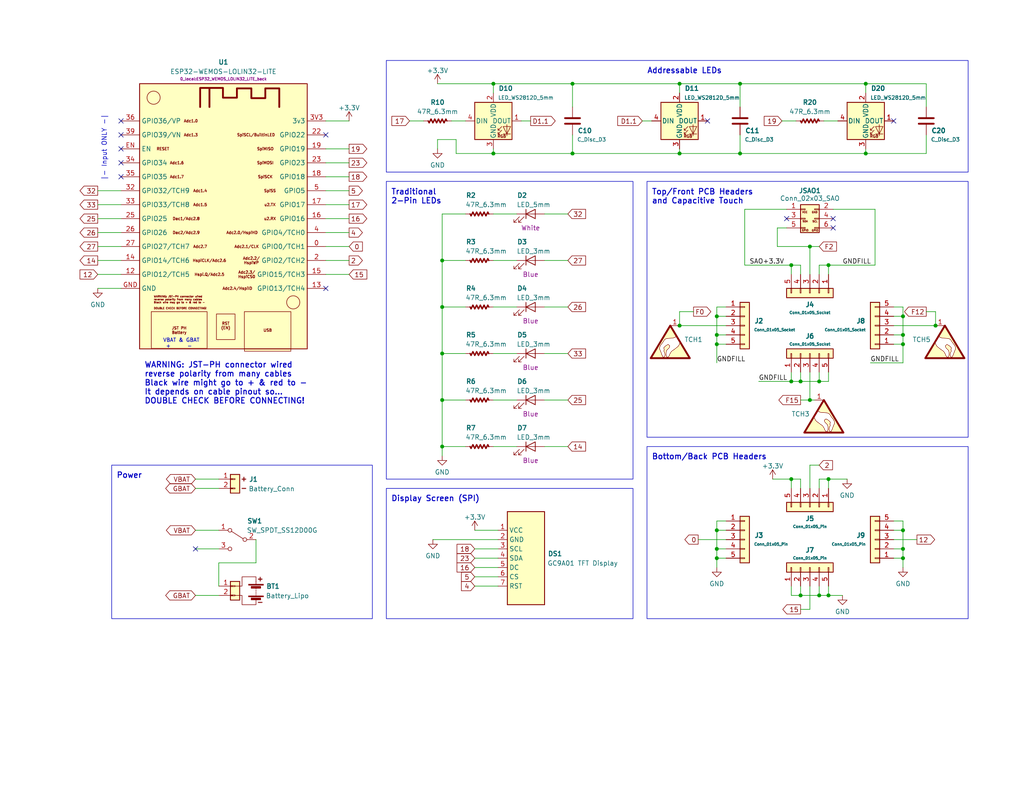
<source format=kicad_sch>
(kicad_sch (version 20230121) (generator eeschema)
  (paper "USLetter")
  (title_block (title "Camera_Badge") (date "2024-03-26") (rev "1") (company "Crafted by @alt_bier a.k.a. Richard Gowen and others from Blue Team Village"))
  (lib_symbols
    (symbol "0_local:Battery_Conn" (pin_names (offset 0) hide)
      (property "Reference" "J" (at -1.27 2.54 0))
      (property "Value" "Battery_Conn" (at -1.27 0 0))
      (property "Footprint" "0_local:Battery_Connector_back" (at -1.905 -5.715 0))
      (symbol "Battery_Conn_1_1"
        (pin passive line (at -10.16 1.27 0) (length 3.81) (name "Pin_1") (number "1"))
        (pin passive line (at -10.16 -1.27 0) (length 3.81) (name "Pin_2") (number "2"))
      )
    )
    (symbol "0_local:Battery_Lipo" (pin_names (offset 0) hide)
      (property "Reference" "BT" (at 2.54 2.54 0))
      (property "Value" "Battery_Lipo" (at 2.54 0 0))
      (property "Footprint" "0_local:Battery_Connector_back" (at -0.635 -6.35 0))
      (symbol "Battery_Lipo_1_1"
        (pin passive line (at -10.16 1.27 0) (length 3.81) (name "Pin_1") (number "1"))
        (pin passive line (at -10.16 -1.27 0) (length 3.81) (name "Pin_2") (number "2"))
      )
    )
    (symbol "0_local:C_Disc_D3" (pin_numbers hide) (pin_names (offset 0.254))
      (property "Reference" "C" (at -6.35 -3.81 90))
      (property "Value" "C_Disc_D3" (at -3.81 -3.81 90))
      (property "Footprint" "0_local:C_Disc_D3_back" (at 3.81 -6.35 90))
      (symbol "C_Disc_D3_1_1"
        (pin passive line (at 0 3.81 270) (length 2.794) (name "~") (number "1"))
        (pin passive line (at 0 -3.81 90) (length 2.794) (name "~") (number "2"))
      )
    )
    (symbol "0_local:Conn_01x05_Pin" (pin_names (offset 1.016) hide)
      (property "Reference" "J" (at 0 7.62 0))
      (property "Value" "Conn_01x05_Pin" (at 0 -7.62 0))
      (symbol "Conn_01x05_Pin_1_1"
        (pin passive line (at -5.08 5.08 0) (length 3.81) (name "Pin_1") (number "1"))
        (pin passive line (at -5.08 2.54 0) (length 3.81) (name "Pin_2") (number "2"))
        (pin passive line (at -5.08 0 0) (length 3.81) (name "Pin_3") (number "3"))
        (pin passive line (at -5.08 -2.54 0) (length 3.81) (name "Pin_4") (number "4"))
        (pin passive line (at -5.08 -5.08 0) (length 3.81) (name "Pin_5") (number "5"))
      )
    )
    (symbol "0_local:Conn_01x05_Socket" (pin_names (offset 1.016) hide)
      (property "Reference" "J" (at 0 7.62 0))
      (property "Value" "Conn_01x05_Socket" (at 0 -7.62 0))
      (symbol "Conn_01x05_Socket_1_1"
        (pin passive line (at -5.08 5.08 0) (length 3.81) (name "Pin_1") (number "1"))
        (pin passive line (at -5.08 2.54 0) (length 3.81) (name "Pin_2") (number "2"))
        (pin passive line (at -5.08 0 0) (length 3.81) (name "Pin_3") (number "3"))
        (pin passive line (at -5.08 -2.54 0) (length 3.81) (name "Pin_4") (number "4"))
        (pin passive line (at -5.08 -5.08 0) (length 3.81) (name "Pin_5") (number "5"))
      )
    )
    (symbol "0_local:Conn_02x03_SAO" (pin_names (offset 1.016) hide)
      (property "Reference" "JSAO" (at 1.27 5.08 0))
      (property "Value" "Conn_02x03_SAO" (at 1.27 -5.08 0))
      (symbol "Conn_02x03_SAO_1_1"
        (text "GND\n" (at 2.5654 1.7526 0) (effects (font (size 0.5 0.5))))
        (text "GPIO" (at -0.0254 -3.2004 0) (effects (font (size 0.5 0.5))))
        (text "GPIO" (at 2.667 -3.2258 0) (effects (font (size 0.5 0.5))))
        (text "SCL\n" (at 2.667 -0.762 0) (effects (font (size 0.5 0.5))))
        (text "SDA" (at -0.0254 -0.7366 0) (effects (font (size 0.5 0.5))))
        (text "VCC" (at -0.127 1.778 0) (effects (font (size 0.5 0.5))))
        (pin passive line (at -5.08 2.54 0) (length 3.81) (name "Pin_1") (number "1"))
        (pin passive line (at 7.62 2.54 180) (length 3.81) (name "Pin_2") (number "2"))
        (pin passive line (at -5.08 0 0) (length 3.81) (name "Pin_3") (number "3"))
        (pin passive line (at 7.62 0 180) (length 3.81) (name "Pin_4") (number "4"))
        (pin passive line (at -5.08 -2.54 0) (length 3.81) (name "Pin_5") (number "5"))
        (pin passive line (at 7.62 -2.54 180) (length 3.81) (name "Pin_6") (number "6"))
      )
    )
    (symbol "0_local:ESP32-WEMOS-LOLIN32-LITE"
      (property "Reference" "U" (at -0.381 43.053 0))
      (property "Value" "ESP32-WEMOS-LOLIN32-LITE" (at -12.7 40.64 0))
      (property "Footprint" "0_local:ESP32_WEMOS_LOLIN32_LITE_back" (at 1.27 38.1 0))
      (symbol "ESP32-WEMOS-LOLIN32-LITE_0_0"
        (text "USB" (at 12.065 -30.48 0) (effects (font (size 0.75 0.75))))
      )
      (symbol "ESP32-WEMOS-LOLIN32-LITE_1_0"
        (text "Adc1.0" (at -8.89 26.67 0) (effects (font (size 0.75 0.75))))
        (text "Adc1.3" (at -8.89 22.86 0) (effects (font (size 0.75 0.75))))
        (text "Adc1.4" (at -6.35 7.62 0) (effects (font (size 0.75 0.75))))
        (text "Adc1.5" (at -6.35 3.81 0) (effects (font (size 0.75 0.75))))
        (text "Adc1.6" (at -12.7 15.24 0) (effects (font (size 0.75 0.75))))
        (text "Adc1.7" (at -12.7 11.43 0) (effects (font (size 0.75 0.75))))
        (text "Adc2.0/HspiHD" (at 5.08 -3.81 0) (effects (font (size 0.75 0.75))))
        (text "Adc2.1/CLK" (at 6.35 -7.62 0) (effects (font (size 0.75 0.75))))
        (text "Adc2.2/\nHspiWP" (at 7.62 -11.43 0) (effects (font (size 0.75 0.75))))
        (text "Adc2.3/\nHspiCS0" (at 6.35 -15.24 0) (effects (font (size 0.75 0.75))))
        (text "Adc2.4/HspiID" (at 3.81 -19.05 0) (effects (font (size 0.75 0.75))))
        (text "Adc2.7" (at -6.35 -7.62 0) (effects (font (size 0.75 0.75))))
        (text "Dac1/Adc2.8" (at -10.16 0 0) (effects (font (size 0.75 0.75))))
        (text "Dac2/Adc2.9" (at -10.16 -3.81 0) (effects (font (size 0.75 0.75))))
        (text "Hspi.Q/Adc2.5" (at -3.81 -15.24 0) (effects (font (size 0.75 0.75))))
        (text "HspiCLK/Adc2.6" (at -3.81 -11.43 0) (effects (font (size 0.75 0.75))))
        (text "JST PH\nBattery" (at -12.065 -30.48 0) (effects (font (size 0.75 0.75))))
        (text "RESET" (at -16.51 19.05 0) (effects (font (size 0.75 0.75))))
        (text "RST\n(EN)" (at 0.635 -29.21 0) (effects (font (size 0.75 0.75))))
        (text "SpiMISO" (at 11.43 19.05 0) (effects (font (size 0.75 0.75))))
        (text "SpiMOSI" (at 11.43 15.24 0) (effects (font (size 0.75 0.75))))
        (text "SpiSCK" (at 11.43 11.43 0) (effects (font (size 0.75 0.75))))
        (text "SpiSCL/BuiltinLED" (at 8.89 22.86 0) (effects (font (size 0.75 0.75))))
        (text "SpiSS" (at 12.7 7.62 0) (effects (font (size 0.75 0.75))))
        (text "u2.RX" (at 12.7 0 0) (effects (font (size 0.75 0.75))))
        (text "u2.TX" (at 12.7 3.81 0) (effects (font (size 0.75 0.75))))
        (text "WARNING: JST-PH connector wired\nreverse polarity from many cables\nBlack wire may go to + & red to -\n\nDOUBLE CHECK BEFORE CONNECTING!" (at -19.05 -22.86 0) (effects (font (size 0.5 0.5)) (justify left)))
      )
      (symbol "ESP32-WEMOS-LOLIN32-LITE_1_1"
        (pin bidirectional line (at 27.94 -7.62 180) (length 5.08) (name "GPIO0/TCH1") (number "0"))
        (pin bidirectional line (at -27.94 -15.24 0) (length 5.08) (name "GPIO12/TCH5") (number "12"))
        (pin bidirectional line (at 27.94 -19.05 180) (length 5.08) (name "GPIO13/TCH4") (number "13"))
        (pin bidirectional line (at -27.94 -11.43 0) (length 5.08) (name "GPIO14/TCH6") (number "14"))
        (pin bidirectional line (at 27.94 -15.24 180) (length 5.08) (name "GPIO15/TCH3") (number "15"))
        (pin bidirectional line (at 27.94 0 180) (length 5.08) (name "GPIO16") (number "16"))
        (pin bidirectional line (at 27.94 3.81 180) (length 5.08) (name "GPIO17") (number "17"))
        (pin bidirectional line (at 27.94 11.43 180) (length 5.08) (name "GPIO18") (number "18"))
        (pin bidirectional line (at 27.94 19.05 180) (length 5.08) (name "GPIO19") (number "19"))
        (pin bidirectional line (at 27.94 -11.43 180) (length 5.08) (name "GPIO2/TCH2") (number "2"))
        (pin bidirectional line (at 27.94 22.86 180) (length 5.08) (name "GPIO22") (number "22"))
        (pin bidirectional line (at 27.94 15.24 180) (length 5.08) (name "GPIO23") (number "23"))
        (pin bidirectional line (at -27.94 0 0) (length 5.08) (name "GPIO25") (number "25"))
        (pin bidirectional line (at -27.94 -3.81 0) (length 5.08) (name "GPIO26") (number "26"))
        (pin bidirectional line (at -27.94 -7.62 0) (length 5.08) (name "GPIO27/TCH7") (number "27"))
        (pin bidirectional line (at -27.94 7.62 0) (length 5.08) (name "GPIO32/TCH9") (number "32"))
        (pin bidirectional line (at -27.94 3.81 0) (length 5.08) (name "GPIO33/TCH8") (number "33"))
        (pin input line (at -27.94 15.24 0) (length 5.08) (name "GPIO34") (number "34"))
        (pin input line (at -27.94 11.43 0) (length 5.08) (name "GPIO35") (number "35"))
        (pin input line (at -27.94 26.67 0) (length 5.08) (name "GPIO36/VP") (number "36"))
        (pin input line (at -27.94 22.86 0) (length 5.08) (name "GPIO39/VN") (number "39"))
        (pin power_out line (at 27.94 26.67 180) (length 5.08) (name "3v3") (number "3V3"))
        (pin bidirectional line (at 27.94 -3.81 180) (length 5.08) (name "GPIO4/TCH0") (number "4"))
        (pin bidirectional line (at 27.94 7.62 180) (length 5.08) (name "GPIO5") (number "5"))
        (pin input line (at -27.94 19.05 0) (length 5.08) (name "EN") (number "EN"))
        (pin power_in line (at -27.94 -19.05 0) (length 5.08) (name "GND") (number "GND"))
      )
    )
    (symbol "0_local:GC9A01 TFT Display"
      (property "Reference" "DS" (at 0 13.97 0))
      (property "Value" "GC9A01 TFT Display" (at 3.81 -8.89 90))
      (property "Footprint" "0_local:GC9A01_TFT" (at 0 -15.24 0))
      (symbol "GC9A01 TFT Display_1_1"
        (pin power_in line (at -7.62 7.62 0) (length 2.54) (name "VCC") (number "1"))
        (pin power_out line (at -7.62 5.08 0) (length 2.54) (name "GND") (number "2"))
        (pin input line (at -7.62 2.54 0) (length 2.54) (name "SCL") (number "3"))
        (pin input line (at -7.62 0 0) (length 2.54) (name "SDA") (number "4"))
        (pin input line (at -7.62 -2.54 0) (length 2.54) (name "DC") (number "5"))
        (pin input line (at -7.62 -5.08 0) (length 2.54) (name "CS") (number "6"))
        (pin input line (at -7.62 -7.62 0) (length 2.54) (name "RST") (number "7"))
      )
    )
    (symbol "0_local:LED_THT_3mm" (pin_numbers hide) (pin_names (offset 1.016) hide)
      (property "Reference" "D" (at -10.16 7.62 0))
      (property "Value" "LED_THT_3mm" (at -10.16 5.08 0))
      (property "Footprint" "0_local:LED_D3.0mm-2-std_back" (at -10.16 2.54 0))
      (symbol "LED_THT_3mm_1_1"
        (pin passive line (at -3.81 0 0) (length 2.54) (name "K") (number "1"))
        (pin passive line (at 3.81 0 180) (length 2.54) (name "A") (number "2"))
      )
    )
    (symbol "0_local:LED_THT_5mm" (pin_numbers hide) (pin_names (offset 1.016) hide)
      (property "Reference" "D" (at -10.16 7.62 0))
      (property "Value" "LED_THT_5mm" (at -10.16 5.08 0))
      (property "Footprint" "0_local:LED_D5.0mm-2_back" (at -10.16 2.54 0))
      (symbol "LED_THT_5mm_1_1"
        (pin passive line (at -3.81 0 0) (length 2.54) (name "K") (number "1"))
        (pin passive line (at 3.81 0 180) (length 2.54) (name "A") (number "2"))
      )
    )
    (symbol "0_local:LED_WS2812D_THT_5mm" (pin_names (offset 0.254))
      (property "Reference" "D" (at 2.54 11.43 0))
      (property "Value" "LED_WS2812D_THT_5mm" (at 2.54 10.16 0))
      (property "Footprint" "0_local:LED_D5.0mm-4_WS2812D_2024_back" (at 2.54 7.62 0))
      (symbol "LED_WS2812D_THT_5mm_0_0"
        (text "RGB" (at 2.286 -4.191 0) (effects (font (size 0.762 0.762))))
      )
      (symbol "LED_WS2812D_THT_5mm_1_1"
        (pin output line (at 7.62 0 180) (length 2.54) (name "DOUT") (number "1"))
        (pin power_in line (at 0 7.62 270) (length 2.54) (name "VDD") (number "2"))
        (pin power_in line (at 0 -7.62 90) (length 2.54) (name "GND") (number "3"))
        (pin input line (at -7.62 0 0) (length 2.54) (name "DIN") (number "4"))
      )
    )
    (symbol "0_local:R_Axial_Z_L6.3" (pin_numbers hide) (pin_names (offset 0))
      (property "Reference" "R" (at -7.62 7.62 0))
      (property "Value" "R_Axial_Z_L6.3" (at -7.62 5.08 0))
      (property "Footprint" "0_local:R_Axial_DIN0207_L6.3_D2.5_P7.62_Horiz_back" (at -7.62 2.54 0))
      (symbol "R_Axial_Z_L6.3_1_1"
        (pin passive line (at 3.81 0 180) (length 1.27) (name "~") (number "1"))
        (pin passive line (at -3.81 0 0) (length 1.27) (name "~") (number "2"))
      )
    )
    (symbol "0_local:SW_SPDT_SS12D00G" (pin_names (offset 0) hide)
      (property "Reference" "SW" (at 0 4.318 0))
      (property "Value" "SW_SPDT_SS12D00G" (at 0 -5.08 0))
      (symbol "SW_SPDT_SS12D00G_1_1"
        (pin passive line (at 5.08 2.54 180) (length 2.54) (name "A") (number "1"))
        (pin passive line (at -5.08 0 0) (length 2.54) (name "B") (number "2"))
        (pin passive line (at 5.08 -2.54 180) (length 2.54) (name "C") (number "3"))
      )
    )
    (symbol "0_local:SYM_Touch_lg" (pin_names (offset 1.016))
      (property "Reference" "TCH" (at -3.81 3.81 0))
      (symbol "SYM_Touch_lg_1_1"
        (pin passive line (at 2.54 3.81 180) (length 2.54) (name "") (number "1"))
      )
    )
    (symbol "power:+3.3V" (power) (pin_names (offset 0))
      (property "Value" "+3.3V" (at 0 3.556 0))
      (symbol "+3.3V_1_1"
        (pin power_in line (at 0 0 90) (length 0) hide (name "+3.3V") (number "1"))
      )
    )
    (symbol "power:GND" (power) (pin_names (offset 0))
      (property "Value" "GND" (at 0 -3.81 0))
      (symbol "GND_1_1"
        (pin power_in line (at 0 0 270) (length 0) hide (name "GND") (number "1"))
      )
    )
  )
  (junction (at 218.44 162.56))
  (junction (at 226.06 162.56))
  (junction (at 195.58 93.98))
  (junction (at 120.65 109.22))
  (junction (at 195.58 144.78))
  (junction (at 215.9 72.39))
  (junction (at 218.44 104.14))
  (junction (at 185.42 22.86))
  (junction (at 220.98 109.22))
  (junction (at 215.9 130.81))
  (junction (at 134.62 22.86))
  (junction (at 246.38 152.4))
  (junction (at 220.98 67.31))
  (junction (at 223.52 162.56))
  (junction (at 156.21 22.86))
  (junction (at 201.93 41.91))
  (junction (at 120.65 96.52))
  (junction (at 236.22 41.91))
  (junction (at 134.62 41.91))
  (junction (at 195.58 86.36))
  (junction (at 185.42 88.9))
  (junction (at 223.52 104.14))
  (junction (at 120.65 121.92))
  (junction (at 201.93 22.86))
  (junction (at 226.06 130.81))
  (junction (at 236.22 22.86))
  (junction (at 246.38 144.78))
  (junction (at 195.58 91.44))
  (junction (at 246.38 86.36))
  (junction (at 255.27 88.9))
  (junction (at 215.9 104.14))
  (junction (at 226.06 72.39))
  (junction (at 246.38 93.98))
  (junction (at 120.65 71.12))
  (junction (at 195.58 149.86))
  (junction (at 156.21 41.91))
  (junction (at 246.38 91.44))
  (junction (at 195.58 152.4))
  (junction (at 185.42 41.91))
  (junction (at 246.38 149.86))
  (junction (at 120.65 83.82))
  (no_connect (at 33.02 44.45))
  (no_connect (at 33.02 36.83))
  (no_connect (at 88.9 36.83))
  (no_connect (at 88.9 78.74))
  (no_connect (at 53.34 149.86))
  (no_connect (at 243.84 33.02))
  (no_connect (at 33.02 48.26))
  (no_connect (at 227.33 59.69))
  (no_connect (at 193.04 33.02))
  (no_connect (at 227.33 62.23))
  (no_connect (at 214.63 59.69))
  (no_connect (at 33.02 40.64))
  (no_connect (at 33.02 33.02))
  (wire (pts (xy 120.65 96.52) (xy 120.65 109.22)))
  (wire (pts (xy 243.84 93.98) (xy 246.38 93.98)))
  (wire (pts (xy 218.44 74.93) (xy 218.44 72.39)))
  (wire (pts (xy 134.62 58.42) (xy 140.97 58.42)))
  (wire (pts (xy 210.82 130.81) (xy 215.9 130.81)))
  (wire (pts (xy 88.9 59.69) (xy 95.25 59.69)))
  (wire (pts (xy 243.84 144.78) (xy 246.38 144.78)))
  (wire (pts (xy 246.38 149.86) (xy 246.38 152.4)))
  (wire (pts (xy 246.38 86.36) (xy 246.38 91.44)))
  (wire (pts (xy 218.44 72.39) (xy 215.9 72.39)))
  (wire (pts (xy 224.79 33.02) (xy 228.6 33.02)))
  (wire (pts (xy 195.58 152.4) (xy 195.58 154.94)))
  (wire (pts (xy 119.38 22.86) (xy 134.62 22.86)))
  (wire (pts (xy 203.2 57.15) (xy 214.63 57.15)))
  (wire (pts (xy 246.38 142.24) (xy 246.38 144.78)))
  (wire (pts (xy 195.58 91.44) (xy 195.58 93.98)))
  (wire (pts (xy 198.12 83.82) (xy 195.58 83.82)))
  (wire (pts (xy 120.65 58.42) (xy 120.65 71.12)))
  (wire (pts (xy 123.19 33.02) (xy 127 33.02)))
  (wire (pts (xy 220.98 67.31) (xy 220.98 74.93)))
  (wire (pts (xy 246.38 91.44) (xy 246.38 93.98)))
  (wire (pts (xy 212.09 62.23) (xy 214.63 62.23)))
  (wire (pts (xy 26.67 63.5) (xy 33.02 63.5)))
  (wire (pts (xy 223.52 104.14) (xy 226.06 104.14)))
  (wire (pts (xy 255.27 88.9) (xy 255.27 85.09)))
  (wire (pts (xy 207.01 104.14) (xy 215.9 104.14)))
  (wire (pts (xy 134.62 41.91) (xy 134.62 40.64)))
  (wire (pts (xy 252.73 29.21) (xy 252.73 22.86)))
  (wire (pts (xy 120.65 83.82) (xy 120.65 96.52)))
  (wire (pts (xy 246.38 93.98) (xy 246.38 99.06)))
  (wire (pts (xy 53.34 162.56) (xy 59.69 162.56)))
  (wire (pts (xy 218.44 166.37) (xy 220.98 166.37)))
  (wire (pts (xy 53.34 149.86) (xy 59.69 149.86)))
  (wire (pts (xy 59.69 160.02) (xy 59.69 153.67)))
  (wire (pts (xy 223.52 72.39) (xy 226.06 72.39)))
  (wire (pts (xy 195.58 86.36) (xy 198.12 86.36)))
  (wire (pts (xy 195.58 144.78) (xy 195.58 149.86)))
  (wire (pts (xy 195.58 149.86) (xy 198.12 149.86)))
  (wire (pts (xy 243.84 147.32) (xy 250.19 147.32)))
  (wire (pts (xy 220.98 101.6) (xy 220.98 109.22)))
  (wire (pts (xy 243.84 91.44) (xy 246.38 91.44)))
  (wire (pts (xy 218.44 101.6) (xy 218.44 104.14)))
  (wire (pts (xy 201.93 41.91) (xy 236.22 41.91)))
  (wire (pts (xy 226.06 162.56) (xy 229.87 162.56)))
  (wire (pts (xy 26.67 67.31) (xy 33.02 67.31)))
  (wire (pts (xy 148.59 83.82) (xy 154.94 83.82)))
  (wire (pts (xy 129.54 154.94) (xy 135.89 154.94)))
  (wire (pts (xy 134.62 41.91) (xy 124.46 41.91)))
  (wire (pts (xy 252.73 85.09) (xy 255.27 85.09)))
  (wire (pts (xy 120.65 58.42) (xy 127 58.42)))
  (wire (pts (xy 148.59 109.22) (xy 154.94 109.22)))
  (wire (pts (xy 195.58 144.78) (xy 198.12 144.78)))
  (wire (pts (xy 53.34 133.35) (xy 59.69 133.35)))
  (wire (pts (xy 212.09 67.31) (xy 212.09 62.23)))
  (wire (pts (xy 134.62 109.22) (xy 140.97 109.22)))
  (wire (pts (xy 129.54 160.02) (xy 135.89 160.02)))
  (wire (pts (xy 26.67 55.88) (xy 33.02 55.88)))
  (wire (pts (xy 226.06 130.81) (xy 231.14 130.81)))
  (wire (pts (xy 201.93 22.86) (xy 201.93 29.21)))
  (wire (pts (xy 148.59 121.92) (xy 154.94 121.92)))
  (wire (pts (xy 213.36 33.02) (xy 217.17 33.02)))
  (wire (pts (xy 227.33 57.15) (xy 238.76 57.15)))
  (wire (pts (xy 156.21 41.91) (xy 185.42 41.91)))
  (wire (pts (xy 185.42 41.91) (xy 201.93 41.91)))
  (wire (pts (xy 226.06 133.35) (xy 226.06 130.81)))
  (wire (pts (xy 218.44 133.35) (xy 218.44 130.81)))
  (wire (pts (xy 190.5 147.32) (xy 198.12 147.32)))
  (wire (pts (xy 195.58 86.36) (xy 195.58 91.44)))
  (wire (pts (xy 26.67 78.74) (xy 33.02 78.74)))
  (wire (pts (xy 220.98 133.35) (xy 220.98 127)))
  (wire (pts (xy 218.44 104.14) (xy 215.9 104.14)))
  (wire (pts (xy 134.62 22.86) (xy 134.62 25.4)))
  (wire (pts (xy 195.58 93.98) (xy 198.12 93.98)))
  (wire (pts (xy 88.9 67.31) (xy 95.25 67.31)))
  (wire (pts (xy 88.9 63.5) (xy 95.25 63.5)))
  (wire (pts (xy 218.44 162.56) (xy 223.52 162.56)))
  (wire (pts (xy 226.06 101.6) (xy 226.06 104.14)))
  (wire (pts (xy 53.34 130.81) (xy 59.69 130.81)))
  (wire (pts (xy 88.9 48.26) (xy 95.25 48.26)))
  (wire (pts (xy 198.12 142.24) (xy 195.58 142.24)))
  (wire (pts (xy 88.9 44.45) (xy 95.25 44.45)))
  (wire (pts (xy 120.65 83.82) (xy 127 83.82)))
  (wire (pts (xy 26.67 59.69) (xy 33.02 59.69)))
  (wire (pts (xy 243.84 86.36) (xy 246.38 86.36)))
  (wire (pts (xy 215.9 72.39) (xy 215.9 74.93)))
  (wire (pts (xy 237.49 99.06) (xy 246.38 99.06)))
  (wire (pts (xy 220.98 127) (xy 223.52 127)))
  (wire (pts (xy 88.9 74.93) (xy 95.25 74.93)))
  (wire (pts (xy 195.58 91.44) (xy 198.12 91.44)))
  (wire (pts (xy 201.93 22.86) (xy 236.22 22.86)))
  (wire (pts (xy 156.21 22.86) (xy 185.42 22.86)))
  (wire (pts (xy 220.98 109.22) (xy 222.25 109.22)))
  (wire (pts (xy 26.67 52.07) (xy 33.02 52.07)))
  (wire (pts (xy 246.38 83.82) (xy 246.38 86.36)))
  (wire (pts (xy 252.73 36.83) (xy 252.73 41.91)))
  (wire (pts (xy 246.38 152.4) (xy 246.38 154.94)))
  (wire (pts (xy 220.98 160.02) (xy 220.98 166.37)))
  (wire (pts (xy 236.22 22.86) (xy 252.73 22.86)))
  (wire (pts (xy 243.84 83.82) (xy 246.38 83.82)))
  (wire (pts (xy 220.98 67.31) (xy 223.52 67.31)))
  (wire (pts (xy 223.52 133.35) (xy 223.52 130.81)))
  (wire (pts (xy 134.62 41.91) (xy 156.21 41.91)))
  (wire (pts (xy 148.59 58.42) (xy 154.94 58.42)))
  (wire (pts (xy 201.93 36.83) (xy 201.93 41.91)))
  (wire (pts (xy 156.21 22.86) (xy 156.21 29.21)))
  (wire (pts (xy 195.58 83.82) (xy 195.58 86.36)))
  (wire (pts (xy 119.38 38.1) (xy 119.38 40.64)))
  (wire (pts (xy 243.84 152.4) (xy 246.38 152.4)))
  (wire (pts (xy 203.2 57.15) (xy 203.2 72.39)))
  (wire (pts (xy 88.9 71.12) (xy 95.25 71.12)))
  (wire (pts (xy 129.54 144.78) (xy 135.89 144.78)))
  (wire (pts (xy 53.34 144.78) (xy 59.69 144.78)))
  (wire (pts (xy 246.38 144.78) (xy 246.38 149.86)))
  (wire (pts (xy 195.58 142.24) (xy 195.58 144.78)))
  (wire (pts (xy 189.23 85.09) (xy 185.42 85.09)))
  (wire (pts (xy 120.65 121.92) (xy 120.65 124.46)))
  (wire (pts (xy 69.85 147.32) (xy 69.85 153.67)))
  (wire (pts (xy 195.58 93.98) (xy 195.58 99.06)))
  (wire (pts (xy 148.59 71.12) (xy 154.94 71.12)))
  (wire (pts (xy 223.52 160.02) (xy 223.52 162.56)))
  (wire (pts (xy 134.62 71.12) (xy 140.97 71.12)))
  (wire (pts (xy 142.24 33.02) (xy 144.78 33.02)))
  (wire (pts (xy 243.84 149.86) (xy 246.38 149.86)))
  (wire (pts (xy 185.42 88.9) (xy 198.12 88.9)))
  (wire (pts (xy 59.69 153.67) (xy 69.85 153.67)))
  (wire (pts (xy 175.26 33.02) (xy 177.8 33.02)))
  (wire (pts (xy 185.42 22.86) (xy 185.42 25.4)))
  (wire (pts (xy 218.44 104.14) (xy 223.52 104.14)))
  (wire (pts (xy 220.98 67.31) (xy 212.09 67.31)))
  (wire (pts (xy 226.06 72.39) (xy 238.76 72.39)))
  (wire (pts (xy 185.42 40.64) (xy 185.42 41.91)))
  (wire (pts (xy 223.52 130.81) (xy 226.06 130.81)))
  (wire (pts (xy 185.42 22.86) (xy 201.93 22.86)))
  (wire (pts (xy 118.11 147.32) (xy 135.89 147.32)))
  (wire (pts (xy 124.46 41.91) (xy 124.46 38.1)))
  (wire (pts (xy 120.65 121.92) (xy 127 121.92)))
  (wire (pts (xy 88.9 33.02) (xy 95.25 33.02)))
  (wire (pts (xy 134.62 22.86) (xy 156.21 22.86)))
  (wire (pts (xy 124.46 38.1) (xy 119.38 38.1)))
  (wire (pts (xy 129.54 152.4) (xy 135.89 152.4)))
  (wire (pts (xy 226.06 160.02) (xy 226.06 162.56)))
  (wire (pts (xy 129.54 149.86) (xy 135.89 149.86)))
  (wire (pts (xy 243.84 142.24) (xy 246.38 142.24)))
  (wire (pts (xy 226.06 72.39) (xy 226.06 74.93)))
  (wire (pts (xy 236.22 22.86) (xy 236.22 25.4)))
  (wire (pts (xy 120.65 71.12) (xy 127 71.12)))
  (wire (pts (xy 26.67 74.93) (xy 33.02 74.93)))
  (wire (pts (xy 88.9 40.64) (xy 95.25 40.64)))
  (wire (pts (xy 185.42 85.09) (xy 185.42 88.9)))
  (wire (pts (xy 88.9 55.88) (xy 95.25 55.88)))
  (wire (pts (xy 223.52 101.6) (xy 223.52 104.14)))
  (wire (pts (xy 223.52 162.56) (xy 226.06 162.56)))
  (wire (pts (xy 215.9 160.02) (xy 215.9 162.56)))
  (wire (pts (xy 195.58 149.86) (xy 195.58 152.4)))
  (wire (pts (xy 120.65 71.12) (xy 120.65 83.82)))
  (wire (pts (xy 236.22 41.91) (xy 236.22 40.64)))
  (wire (pts (xy 215.9 133.35) (xy 215.9 130.81)))
  (wire (pts (xy 215.9 101.6) (xy 215.9 104.14)))
  (wire (pts (xy 223.52 74.93) (xy 223.52 72.39)))
  (wire (pts (xy 134.62 121.92) (xy 140.97 121.92)))
  (wire (pts (xy 129.54 157.48) (xy 135.89 157.48)))
  (wire (pts (xy 203.2 72.39) (xy 215.9 72.39)))
  (wire (pts (xy 218.44 109.22) (xy 220.98 109.22)))
  (wire (pts (xy 120.65 109.22) (xy 127 109.22)))
  (wire (pts (xy 195.58 152.4) (xy 198.12 152.4)))
  (wire (pts (xy 215.9 130.81) (xy 218.44 130.81)))
  (wire (pts (xy 120.65 109.22) (xy 120.65 121.92)))
  (wire (pts (xy 120.65 96.52) (xy 127 96.52)))
  (wire (pts (xy 111.76 33.02) (xy 115.57 33.02)))
  (wire (pts (xy 134.62 96.52) (xy 140.97 96.52)))
  (wire (pts (xy 238.76 57.15) (xy 238.76 72.39)))
  (wire (pts (xy 236.22 41.91) (xy 252.73 41.91)))
  (wire (pts (xy 134.62 83.82) (xy 140.97 83.82)))
  (wire (pts (xy 243.84 88.9) (xy 255.27 88.9)))
  (wire (pts (xy 215.9 162.56) (xy 218.44 162.56)))
  (wire (pts (xy 156.21 36.83) (xy 156.21 41.91)))
  (wire (pts (xy 218.44 160.02) (xy 218.44 162.56)))
  (wire (pts (xy 26.67 71.12) (xy 33.02 71.12)))
  (wire (pts (xy 148.59 96.52) (xy 154.94 96.52)))
  (wire (pts (xy 88.9 52.07) (xy 95.25 52.07)))
  (rectangle (start 176.53 49.53) (end 264.16 119.38))
  (rectangle (start 105.41 16.51) (end 264.16 46.99))
  (rectangle (start 30.48 127) (end 101.6 168.91))
  (rectangle (start 105.41 49.53) (end 172.72 130.81))
  (rectangle (start 176.53 121.92) (end 264.16 168.91))
  (rectangle (start 105.41 133.35) (end 172.72 168.91))
  (text "Power" (at 31.75 130.81 0) (effects (font (size 1.524 1.524) (thickness 0.254) bold) (justify left bottom)))
  (text "WARNING: JST-PH connector wired\nreverse polarity from many cables\nBlack wire might go to + & red to -\nIt depends on cable pinout so...\nDOUBLE CHECK BEFORE CONNECTING!" (at 39.37 110.49 0) (effects (font (size 1.524 1.524) (thickness 0.254) bold) (justify left bottom)))
  (text "Display Screen (SPI)" (at 106.68 137.16 0) (effects (font (size 1.524 1.524) (thickness 0.254) bold) (justify left bottom)))
  (text "|- Input ONLY -|" (at 29.21 49.53 90) (effects (font (size 1.27 1.27)) (justify left bottom)))
  (text "Top/Front PCB Headers\nand Capacitive Touch" (at 177.8 55.88 0) (effects (font (size 1.524 1.524) (thickness 0.254) bold) (justify left bottom)))
  (text "VBAT & GBAT\n +      -" (at 44.45 95.25 0) (effects (font (size 1 1)) (justify left bottom)))
  (text "Traditional\n2-Pin LEDs" (at 106.68 55.88 0) (effects (font (size 1.524 1.524) (thickness 0.254) bold) (justify left bottom)))
  (text "Bottom/Back PCB Headers" (at 177.8 125.73 0) (effects (font (size 1.524 1.524) (thickness 0.254) bold) (justify left bottom)))
  (text "Addressable LEDs" (at 176.53 20.32 0) (effects (font (size 1.524 1.524) (thickness 0.254) bold) (justify left bottom)))
  (label "GNDFILL" (at 207.01 104.14 0))
  (label "SAO+3.3V" (at 204.47 72.39 0))
  (label "GNDFILL" (at 229.87 72.39 0))
  (label "GNDFILL" (at 237.49 99.06 0))
  (label "GNDFILL" (at 195.58 99.06 0))
  (global_label "26" (shape output) (at 26.67 63.5 180) (property "Intersheetrefs" "${INTERSHEET_REFS}" (effects hide)))
  (global_label "5" (shape output) (at 95.25 52.07 0) (property "Intersheetrefs" "${INTERSHEET_REFS}" (effects hide)))
  (global_label "25" (shape input) (at 154.94 109.22 0) (property "Intersheetrefs" "${INTERSHEET_REFS}" (effects hide)))
  (global_label "15" (shape input) (at 95.25 74.93 0) (property "Intersheetrefs" "${INTERSHEET_REFS}" (effects hide)))
  (global_label "14" (shape output) (at 26.67 71.12 180) (property "Intersheetrefs" "${INTERSHEET_REFS}" (effects hide)))
  (global_label "F2" (shape input) (at 223.52 67.31 0) (property "Intersheetrefs" "${INTERSHEET_REFS}" (effects hide)))
  (global_label "GBAT" (shape bidirectional) (at 53.34 162.56 180) (property "Intersheetrefs" "${INTERSHEET_REFS}" (effects hide)))
  (global_label "23" (shape input) (at 129.54 152.4 180) (property "Intersheetrefs" "${INTERSHEET_REFS}" (effects hide)))
  (global_label "17" (shape output) (at 95.25 55.88 0) (property "Intersheetrefs" "${INTERSHEET_REFS}" (effects hide)))
  (global_label "18" (shape output) (at 95.25 48.26 0) (property "Intersheetrefs" "${INTERSHEET_REFS}" (effects hide)))
  (global_label "26" (shape input) (at 154.94 83.82 0) (property "Intersheetrefs" "${INTERSHEET_REFS}" (effects hide)))
  (global_label "0" (shape output) (at 190.5 147.32 180) (property "Intersheetrefs" "${INTERSHEET_REFS}" (effects hide)))
  (global_label "4" (shape input) (at 129.54 160.02 180) (property "Intersheetrefs" "${INTERSHEET_REFS}" (effects hide)))
  (global_label "17" (shape input) (at 111.76 33.02 180) (property "Intersheetrefs" "${INTERSHEET_REFS}" (effects hide)))
  (global_label "32" (shape input) (at 154.94 58.42 0) (property "Intersheetrefs" "${INTERSHEET_REFS}" (effects hide)))
  (global_label "33" (shape input) (at 154.94 96.52 0) (property "Intersheetrefs" "${INTERSHEET_REFS}" (effects hide)))
  (global_label "27" (shape output) (at 26.67 67.31 180) (property "Intersheetrefs" "${INTERSHEET_REFS}" (effects hide)))
  (global_label "18" (shape input) (at 129.54 149.86 180) (property "Intersheetrefs" "${INTERSHEET_REFS}" (effects hide)))
  (global_label "F15" (shape output) (at 218.44 109.22 180) (property "Intersheetrefs" "${INTERSHEET_REFS}" (effects hide)))
  (global_label "12" (shape input) (at 26.67 74.93 180) (property "Intersheetrefs" "${INTERSHEET_REFS}" (effects hide)))
  (global_label "D1.1" (shape output) (at 144.78 33.02 0) (property "Intersheetrefs" "${INTERSHEET_REFS}" (effects hide)))
  (global_label "19" (shape output) (at 95.25 40.64 0) (property "Intersheetrefs" "${INTERSHEET_REFS}" (effects hide)))
  (global_label "5" (shape input) (at 129.54 157.48 180) (property "Intersheetrefs" "${INTERSHEET_REFS}" (effects hide)))
  (global_label "32" (shape output) (at 26.67 52.07 180) (property "Intersheetrefs" "${INTERSHEET_REFS}" (effects hide)))
  (global_label "19" (shape input) (at 213.36 33.02 180) (property "Intersheetrefs" "${INTERSHEET_REFS}" (effects hide)))
  (global_label "D1.1" (shape input) (at 175.26 33.02 180) (property "Intersheetrefs" "${INTERSHEET_REFS}" (effects hide)))
  (global_label "2" (shape input) (at 223.52 127 0) (property "Intersheetrefs" "${INTERSHEET_REFS}" (effects hide)))
  (global_label "23" (shape output) (at 95.25 44.45 0) (property "Intersheetrefs" "${INTERSHEET_REFS}" (effects hide)))
  (global_label "4" (shape output) (at 95.25 63.5 0) (property "Intersheetrefs" "${INTERSHEET_REFS}" (effects hide)))
  (global_label "16" (shape output) (at 95.25 59.69 0) (property "Intersheetrefs" "${INTERSHEET_REFS}" (effects hide)))
  (global_label "33" (shape output) (at 26.67 55.88 180) (property "Intersheetrefs" "${INTERSHEET_REFS}" (effects hide)))
  (global_label "2" (shape output) (at 95.25 71.12 0) (property "Intersheetrefs" "${INTERSHEET_REFS}" (effects hide)))
  (global_label "VBAT" (shape bidirectional) (at 53.34 144.78 180) (property "Intersheetrefs" "${INTERSHEET_REFS}" (effects hide)))
  (global_label "15" (shape output) (at 218.44 166.37 180) (property "Intersheetrefs" "${INTERSHEET_REFS}" (effects hide)))
  (global_label "VBAT" (shape bidirectional) (at 53.34 130.81 180) (property "Intersheetrefs" "${INTERSHEET_REFS}" (effects hide)))
  (global_label "16" (shape input) (at 129.54 154.94 180) (property "Intersheetrefs" "${INTERSHEET_REFS}" (effects hide)))
  (global_label "27" (shape input) (at 154.94 71.12 0) (property "Intersheetrefs" "${INTERSHEET_REFS}" (effects hide)))
  (global_label "0" (shape input) (at 95.25 67.31 0) (property "Intersheetrefs" "${INTERSHEET_REFS}" (effects hide)))
  (global_label "14" (shape input) (at 154.94 121.92 0) (property "Intersheetrefs" "${INTERSHEET_REFS}" (effects hide)))
  (global_label "F12" (shape output) (at 252.73 85.09 180) (property "Intersheetrefs" "${INTERSHEET_REFS}" (effects hide)))
  (global_label "GBAT" (shape bidirectional) (at 53.34 133.35 180) (property "Intersheetrefs" "${INTERSHEET_REFS}" (effects hide)))
  (global_label "25" (shape output) (at 26.67 59.69 180) (property "Intersheetrefs" "${INTERSHEET_REFS}" (effects hide)))
  (global_label "12" (shape output) (at 250.19 147.32 0) (property "Intersheetrefs" "${INTERSHEET_REFS}" (effects hide)))
  (global_label "F0" (shape output) (at 189.23 85.09 0) (property "Intersheetrefs" "${INTERSHEET_REFS}" (effects hide)))
  (symbol (lib_id "0_local:Conn_02x03_SAO") (at 219.71 59.69 0) (unit 1)
    (property "Reference" "JSAO1" (at 220.98 52.07 0) (effects (font bold)))
    (property "Value" "Conn_02x03_SAO" (at 220.98 54.1599 0))
    (property "Footprint" "0_sao_v169bis:SAOv169-BADGEv2-2x3_gpio_back" (effects hide))
  )
  (symbol (lib_id "0_local:C_Disc_D3") (at 252.73 33.02 0) (unit 1)
    (property "Reference" "C20" (at 254 35.6758 0) (effects (font bold) (justify left)))
    (property "Value" "C_Disc_D3" (at 254 38.1 0) (effects (font (size 1.016 1.016)) (justify left)))
    (property "Footprint" "0_local:C_Disc_D3_back" (effects hide))
  )
  (symbol (lib_id "0_local:LED_WS2812D_THT_5mm") (at 185.42 33.02 0) (unit 1)
    (property "Reference" "D11" (at 186.69 24.13 0) (effects (font bold) (justify left)))
    (property "Value" "LED_WS2812D_5mm" (at 186.69 26.67 0) (effects (font (size 1.016 1.016)) (justify left)))
    (property "Footprint" "0_local:LED_D5.0mm-4_WS2812D_2024_back" (effects hide))
  )
  (symbol (lib_id "0_local:GC9A01 TFT Display") (at 143.51 152.4 0) (unit 1)
    (property "Reference" "DS1" (at 149.352 151.1879 0) (effects (font bold) (justify left)))
    (property "Value" "GC9A01 TFT Display" (at 149.352 153.7792 0) (effects (justify left)))
    (property "Footprint" "0_local:GC9A01_TFT_Back_Mount" (effects hide))
  )
  (symbol (lib_id "power:GND") (at 231.14 130.81 0) (unit 1)
    (property "Reference" "#PWR014" (effects hide))
    (property "Value" "GND" (at 231.14 135.2534 0))
  )
  (symbol (lib_id "power:+3.3V") (at 129.54 144.78 0) (unit 1)
    (property "Reference" "#PWR07" (effects hide))
    (property "Value" "+3.3V" (at 129.54 141.2042 0))
  )
  (symbol (lib_id "0_local:R_Axial_Z_L6.3") (at 130.81 121.92 0) (unit 1)
    (property "Reference" "R7" (at 127 116.84 0) (effects (font bold) (justify left)))
    (property "Value" "47R_6.3mm" (at 127 119.38 0) (effects (justify left)))
    (property "Footprint" "0_local:R_Axial_DIN0207_L6.3_D2.5_P7.62_Horiz_back" (effects hide))
  )
  (symbol (lib_id "0_local:Conn_01x05_Socket") (at 220.98 80.01 270) (unit 1)
    (property "Reference" "J4" (at 220.98 83.1672 90) (effects (font bold)))
    (property "Value" "Conn_01x05_Socket" (at 220.98 85.3402 90) (effects (font (size 0.75 0.75))))
    (property "Footprint" "0_local:Conn_Pin_Header_Female_Vert_Back_1x05_Pitch2.54mm" (effects hide))
  )
  (symbol (lib_id "0_local:Battery_Lipo") (at 69.85 161.29 0) (unit 1)
    (property "Reference" "BT1" (at 72.517 160.0779 0) (effects (font bold) (justify left)))
    (property "Value" "Battery_Lipo" (at 72.517 162.6692 0) (effects (justify left)))
    (property "Footprint" "0_local:Battery_Connector_back" (effects hide))
  )
  (symbol (lib_id "0_local:SYM_Touch_lg") (at 182.88 92.71 0) (unit 1)
    (property "Reference" "TCH1" (at 189.23 92.71 0))
    (property "Value" "SYM_Touch_lg" (effects hide))
  )
  (symbol (lib_id "0_local:R_Axial_Z_L6.3") (at 130.81 83.82 0) (unit 1)
    (property "Reference" "R4" (at 127 78.74 0) (effects (font bold) (justify left)))
    (property "Value" "47R_6.3mm" (at 127 81.28 0) (effects (justify left)))
    (property "Footprint" "0_local:R_Axial_DIN0207_L6.3_D2.5_P7.62_Horiz_back" (effects hide))
  )
  (symbol (lib_id "0_local:LED_THT_5mm") (at 144.78 58.42 0) (unit 1)
    (property "Reference" "D2" (at 140.97 53.34 0) (effects (font bold) (justify left)))
    (property "Value" "LED_5mm" (at 140.97 55.88 0) (effects (justify left)))
    (property "Footprint" "0_local:LED_D5.0mm-2_back" (effects hide))
    (property "Color" "White" (at 144.78 62.23 0))
  )
  (symbol (lib_id "0_local:LED_THT_3mm") (at 144.78 109.22 0) (unit 1)
    (property "Reference" "D6" (at 140.97 104.14 0) (effects (font bold) (justify left)))
    (property "Value" "LED_3mm" (at 140.97 106.68 0) (effects (justify left)))
    (property "Footprint" "0_local:LED_D3.0mm-2-std_back" (effects hide))
    (property "Color" "Blue" (at 144.78 113.03 0))
  )
  (symbol (lib_id "power:+3.3V") (at 95.25 33.02 0) (unit 1)
    (property "Reference" "#PWR02" (effects hide))
    (property "Value" "+3.3V" (at 95.25 29.4442 0))
  )
  (symbol (lib_id "power:GND") (at 26.67 78.74 0) (unit 1)
    (property "Reference" "#PWR01" (effects hide))
    (property "Value" "GND" (at 26.67 83.1834 0))
  )
  (symbol (lib_id "0_local:LED_WS2812D_THT_5mm") (at 236.22 33.02 0) (unit 1)
    (property "Reference" "D20" (at 237.49 24.13 0) (effects (font bold) (justify left)))
    (property "Value" "LED_WS2812D_5mm" (at 237.49 26.67 0) (effects (font (size 1.016 1.016)) (justify left)))
    (property "Footprint" "0_local:LED_D5.0mm-4_WS2812D_2024_back" (effects hide))
  )
  (symbol (lib_id "0_local:Conn_01x05_Socket") (at 220.98 96.52 90) (unit 1)
    (property "Reference" "J6" (at 220.98 91.7752 90) (effects (font bold)))
    (property "Value" "Conn_01x05_Socket" (at 220.98 93.9482 90) (effects (font (size 0.75 0.75))))
    (property "Footprint" "0_local:Conn_Pin_Header_Female_Vert_Back_1x05_Pitch2.54mm" (effects hide))
  )
  (symbol (lib_id "0_local:Conn_01x05_Pin") (at 220.98 138.43 270) (unit 1)
    (property "Reference" "J5" (at 220.98 141.5872 90) (effects (font bold)))
    (property "Value" "Conn_01x05_Pin" (at 220.98 143.7602 90) (effects (font (size 0.75 0.75))))
    (property "Footprint" "0_local:Conn_Pin_Header_Male_Vert_Back_1x05_Pitch2.54mm" (effects hide))
  )
  (symbol (lib_id "power:GND") (at 246.38 154.94 0) (unit 1)
    (property "Reference" "#PWR017" (effects hide))
    (property "Value" "GND" (at 246.38 159.3834 0))
  )
  (symbol (lib_id "0_local:R_Axial_Z_L6.3") (at 130.81 96.52 0) (unit 1)
    (property "Reference" "R5" (at 127 91.44 0) (effects (font bold) (justify left)))
    (property "Value" "47R_6.3mm" (at 127 93.98 0) (effects (justify left)))
    (property "Footprint" "0_local:R_Axial_DIN0207_L6.3_D2.5_P7.62_Horiz_back" (effects hide))
  )
  (symbol (lib_id "0_local:C_Disc_D3") (at 156.21 33.02 0) (unit 1)
    (property "Reference" "C10" (at 157.48 35.6758 0) (effects (font bold) (justify left)))
    (property "Value" "C_Disc_D3" (at 157.48 38.1 0) (effects (font (size 1.016 1.016)) (justify left)))
    (property "Footprint" "0_local:C_Disc_D3_back" (effects hide))
  )
  (symbol (lib_id "0_local:Conn_01x05_Pin") (at 238.76 147.32 180) (unit 1)
    (property "Reference" "J9" (at 236.22 146.1658 0) (effects (font bold) (justify left)))
    (property "Value" "Conn_01x05_Pin" (at 236.22 148.59 0) (effects (font (size 0.75 0.75)) (justify left)))
    (property "Footprint" "0_local:Conn_Pin_Header_Male_Vert_Back_1x05_Pitch2.54mm" (effects hide))
  )
  (symbol (lib_id "power:+3.3V") (at 119.38 22.86 0) (unit 1)
    (property "Reference" "#PWR04" (effects hide))
    (property "Value" "+3.3V" (at 119.38 19.2842 0))
  )
  (symbol (lib_id "0_local:Conn_01x05_Socket") (at 238.76 88.9 180) (unit 1)
    (property "Reference" "J8" (at 236.22 87.63 0) (effects (font bold) (justify left)))
    (property "Value" "Conn_01x05_Socket" (at 236.22 90.0542 0) (effects (font (size 0.75 0.75)) (justify left)))
    (property "Footprint" "0_local:Conn_Pin_Header_Female_Vert_Back_1x05_Pitch2.54mm" (effects hide))
  )
  (symbol (lib_id "0_local:R_Axial_Z_L6.3") (at 130.81 58.42 0) (unit 1)
    (property "Reference" "R2" (at 127 53.34 0) (effects (font bold) (justify left)))
    (property "Value" "47R_6.3mm" (at 127 55.88 0) (effects (justify left)))
    (property "Footprint" "0_local:R_Axial_DIN0207_L6.3_D2.5_P7.62_Horiz_back" (effects hide))
  )
  (symbol (lib_id "power:GND") (at 119.38 40.64 0) (unit 1)
    (property "Reference" "#PWR05" (effects hide))
    (property "Value" "GND" (at 119.38 45.0834 0))
  )
  (symbol (lib_id "0_local:LED_THT_3mm") (at 144.78 121.92 0) (unit 1)
    (property "Reference" "D7" (at 140.97 116.84 0) (effects (font bold) (justify left)))
    (property "Value" "LED_3mm" (at 140.97 119.38 0) (effects (justify left)))
    (property "Footprint" "0_local:LED_D3.0mm-2-std_back" (effects hide))
    (property "Color" "Blue" (at 144.78 125.73 0))
  )
  (symbol (lib_id "0_local:R_Axial_Z_L6.3") (at 130.81 109.22 0) (unit 1)
    (property "Reference" "R6" (at 127 104.14 0) (effects (font bold) (justify left)))
    (property "Value" "47R_6.3mm" (at 127 106.68 0) (effects (justify left)))
    (property "Footprint" "0_local:R_Axial_DIN0207_L6.3_D2.5_P7.62_Horiz_back" (effects hide))
  )
  (symbol (lib_id "0_local:Battery_Conn") (at 69.85 132.08 0) (unit 1)
    (property "Reference" "J1" (at 67.818 130.8679 0) (effects (font bold) (justify left)))
    (property "Value" "Battery_Conn" (at 67.818 133.4592 0) (effects (justify left)))
    (property "Footprint" "0_local:Battery_Connector_back" (effects hide))
  )
  (symbol (lib_id "power:GND") (at 118.11 147.32 0) (unit 1)
    (property "Reference" "#PWR03" (effects hide))
    (property "Value" "GND" (at 118.11 151.7634 0))
  )
  (symbol (lib_id "0_local:SW_SPDT_SS12D00G") (at 64.77 147.32 0) (mirror y) (unit 1)
    (property "Reference" "SW1" (at 67.31 142.24 0) (effects (font bold) (justify right)))
    (property "Value" "SW_SPDT_SS12D00G" (at 67.31 144.78 0) (effects (justify right)))
    (property "Footprint" "0_local:SW_SPDT_Slide_SS12D00G-1P2T_3pin_back" (effects hide))
  )
  (symbol (lib_id "0_local:R_Axial_Z_L6.3") (at 130.81 71.12 0) (unit 1)
    (property "Reference" "R3" (at 127 66.04 0) (effects (font bold) (justify left)))
    (property "Value" "47R_6.3mm" (at 127 68.58 0) (effects (justify left)))
    (property "Footprint" "0_local:R_Axial_DIN0207_L6.3_D2.5_P7.62_Horiz_back" (effects hide))
  )
  (symbol (lib_id "0_local:LED_THT_3mm") (at 144.78 71.12 0) (unit 1)
    (property "Reference" "D3" (at 140.97 66.04 0) (effects (font bold) (justify left)))
    (property "Value" "LED_3mm" (at 140.97 68.58 0) (effects (justify left)))
    (property "Footprint" "0_local:LED_D3.0mm-2-std_back" (effects hide))
    (property "Color" "Blue" (at 144.78 74.93 0))
  )
  (symbol (lib_id "0_local:LED_THT_3mm") (at 144.78 83.82 0) (unit 1)
    (property "Reference" "D4" (at 140.97 78.74 0) (effects (font bold) (justify left)))
    (property "Value" "LED_3mm" (at 140.97 81.28 0) (effects (justify left)))
    (property "Footprint" "0_local:LED_D3.0mm-2-std_back" (effects hide))
    (property "Color" "Blue" (at 144.78 87.63 0))
  )
  (symbol (lib_id "power:+3.3V") (at 210.82 130.81 0) (unit 1)
    (property "Reference" "#PWR011" (effects hide))
    (property "Value" "+3.3V" (at 210.82 127.2342 0))
  )
  (symbol (lib_id "0_local:SYM_Touch_lg") (at 224.79 113.03 0) (mirror y) (unit 1)
    (property "Reference" "TCH3" (at 218.44 113.03 0))
    (property "Value" "SYM_Touch_lg" (effects hide))
  )
  (symbol (lib_id "0_local:LED_WS2812D_THT_5mm") (at 134.62 33.02 0) (unit 1)
    (property "Reference" "D10" (at 135.89 24.13 0) (effects (font bold) (justify left)))
    (property "Value" "LED_WS2812D_5mm" (at 135.89 26.67 0) (effects (font (size 1.016 1.016)) (justify left)))
    (property "Footprint" "0_local:LED_D5.0mm-4_WS2812D_2024_back" (effects hide))
  )
  (symbol (lib_id "power:GND") (at 195.58 154.94 0) (unit 1)
    (property "Reference" "#PWR09" (effects hide))
    (property "Value" "GND" (at 195.58 159.3834 0))
  )
  (symbol (lib_id "power:GND") (at 229.87 162.56 0) (unit 1)
    (property "Reference" "#PWR013" (effects hide))
    (property "Value" "GND" (at 229.87 167.0034 0))
  )
  (symbol (lib_id "0_local:R_Axial_Z_L6.3") (at 220.98 33.02 0) (unit 1)
    (property "Reference" "R20" (at 220.98 27.94 0) (effects (font bold)))
    (property "Value" "47R_6.3mm" (at 220.98 30.48 0))
    (property "Footprint" "0_local:R_Axial_DIN0207_L6.3_D2.5_P7.62_Horiz_back" (effects hide))
  )
  (symbol (lib_id "0_local:SYM_Touch_lg") (at 257.81 92.71 0) (mirror y) (unit 1)
    (property "Reference" "TCH5" (at 251.46 92.71 0))
    (property "Value" "SYM_Touch_lg" (effects hide))
  )
  (symbol (lib_id "0_local:LED_THT_3mm") (at 144.78 96.52 0) (unit 1)
    (property "Reference" "D5" (at 140.97 91.44 0) (effects (font bold) (justify left)))
    (property "Value" "LED_3mm" (at 140.97 93.98 0) (effects (justify left)))
    (property "Footprint" "0_local:LED_D3.0mm-2-std_back" (effects hide))
    (property "Color" "Blue" (at 144.78 100.33 0))
  )
  (symbol (lib_id "0_local:Conn_01x05_Pin") (at 220.98 154.94 90) (unit 1)
    (property "Reference" "J7" (at 220.98 150.1952 90) (effects (font bold)))
    (property "Value" "Conn_01x05_Pin" (at 220.98 152.3682 90) (effects (font (size 0.75 0.75))))
    (property "Footprint" "0_local:Conn_Pin_Header_Male_Vert_Back_1x05_Pitch2.54mm" (effects hide))
  )
  (symbol (lib_id "0_local:ESP32-WEMOS-LOLIN32-LITE") (at 60.96 59.69 0) (unit 1)
    (property "Reference" "U1" (at 60.96 16.961 0) (effects (font bold)))
    (property "Value" "ESP32-WEMOS-LOLIN32-LITE" (at 60.96 19.5523 0))
    (property "Footprint" "0_local:ESP32_WEMOS_LOLIN32_LITE_back" (at 60.96 21.5582 0) (effects (font (size 0.75 0.75))))
  )
  (symbol (lib_id "0_local:R_Axial_Z_L6.3") (at 119.38 33.02 0) (unit 1)
    (property "Reference" "R10" (at 119.38 27.94 0) (effects (font bold)))
    (property "Value" "47R_6.3mm" (at 119.38 30.48 0))
    (property "Footprint" "0_local:R_Axial_DIN0207_L6.3_D2.5_P7.62_Horiz_back" (effects hide))
  )
  (symbol (lib_id "0_local:C_Disc_D3") (at 201.93 33.02 0) (unit 1)
    (property "Reference" "C11" (at 203.2 35.6758 0) (effects (font bold) (justify left)))
    (property "Value" "C_Disc_D3" (at 203.2 38.1 0) (effects (font (size 1.016 1.016)) (justify left)))
    (property "Footprint" "0_local:C_Disc_D3_back" (effects hide))
  )
  (symbol (lib_id "0_local:Conn_01x05_Socket") (at 203.2 88.9 0) (unit 1)
    (property "Reference" "J2" (at 205.74 87.63 0) (effects (font bold) (justify left)))
    (property "Value" "Conn_01x05_Socket" (at 205.74 90.0542 0) (effects (font (size 0.75 0.75)) (justify left)))
    (property "Footprint" "0_local:Conn_Pin_Header_Female_Vert_Back_1x05_Pitch2.54mm" (effects hide))
  )
  (symbol (lib_id "power:GND") (at 120.65 124.46 0) (unit 1)
    (property "Reference" "#PWR06" (effects hide))
    (property "Value" "GND" (at 120.65 128.9034 0))
  )
  (symbol (lib_id "0_local:Conn_01x05_Pin") (at 203.2 147.32 0) (unit 1)
    (property "Reference" "J3" (at 205.74 146.1658 0) (effects (font bold) (justify left)))
    (property "Value" "Conn_01x05_Pin" (at 205.74 148.59 0) (effects (font (size 0.75 0.75)) (justify left)))
    (property "Footprint" "0_local:Conn_Pin_Header_Male_Vert_Back_1x05_Pitch2.54mm" (effects hide))
  )
)
</source>
